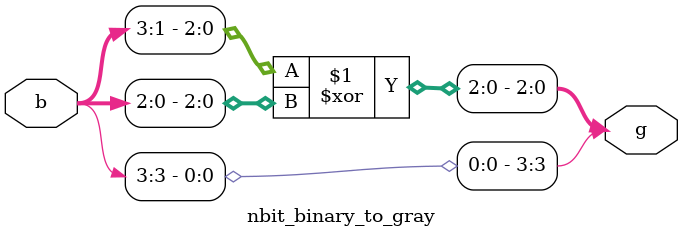
<source format=v>
module nbit_binary_to_gray(b,g);
 parameter N = 4;
 input [N-1:0]b;
 output [N-1:0]g;
 assign g = {b[N-1],b[N-1:1]^b[N-2:0]};
endmodule

</source>
